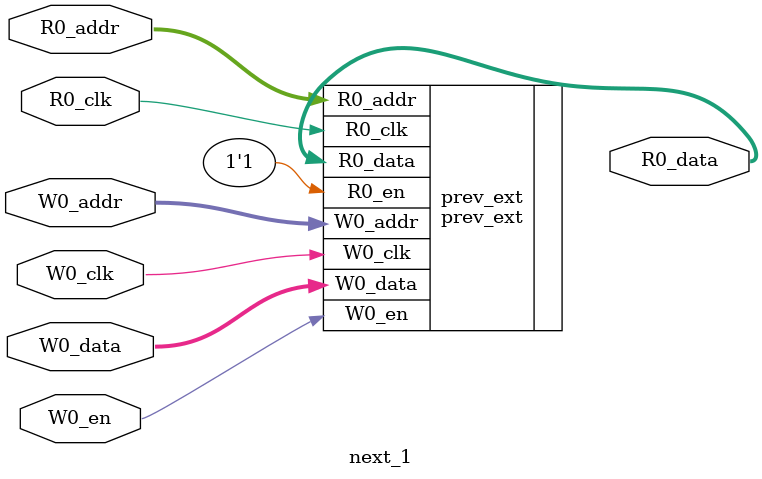
<source format=sv>
`ifndef RANDOMIZE
  `ifdef RANDOMIZE_MEM_INIT
    `define RANDOMIZE
  `endif // RANDOMIZE_MEM_INIT
`endif // not def RANDOMIZE
`ifndef RANDOMIZE
  `ifdef RANDOMIZE_REG_INIT
    `define RANDOMIZE
  `endif // RANDOMIZE_REG_INIT
`endif // not def RANDOMIZE

`ifndef RANDOM
  `define RANDOM $random
`endif // not def RANDOM

// Users can define INIT_RANDOM as general code that gets injected into the
// initializer block for modules with registers.
`ifndef INIT_RANDOM
  `define INIT_RANDOM
`endif // not def INIT_RANDOM

// If using random initialization, you can also define RANDOMIZE_DELAY to
// customize the delay used, otherwise 0.002 is used.
`ifndef RANDOMIZE_DELAY
  `define RANDOMIZE_DELAY 0.002
`endif // not def RANDOMIZE_DELAY

// Define INIT_RANDOM_PROLOG_ for use in our modules below.
`ifndef INIT_RANDOM_PROLOG_
  `ifdef RANDOMIZE
    `ifdef VERILATOR
      `define INIT_RANDOM_PROLOG_ `INIT_RANDOM
    `else  // VERILATOR
      `define INIT_RANDOM_PROLOG_ `INIT_RANDOM #`RANDOMIZE_DELAY begin end
    `endif // VERILATOR
  `else  // RANDOMIZE
    `define INIT_RANDOM_PROLOG_
  `endif // RANDOMIZE
`endif // not def INIT_RANDOM_PROLOG_

// Include register initializers in init blocks unless synthesis is set
`ifndef SYNTHESIS
  `ifndef ENABLE_INITIAL_REG_
    `define ENABLE_INITIAL_REG_
  `endif // not def ENABLE_INITIAL_REG_
`endif // not def SYNTHESIS

// Include rmemory initializers in init blocks unless synthesis is set
`ifndef SYNTHESIS
  `ifndef ENABLE_INITIAL_MEM_
    `define ENABLE_INITIAL_MEM_
  `endif // not def ENABLE_INITIAL_MEM_
`endif // not def SYNTHESIS

// Standard header to adapt well known macros for prints and assertions.

// Users can define 'PRINTF_COND' to add an extra gate to prints.
`ifndef PRINTF_COND_
  `ifdef PRINTF_COND
    `define PRINTF_COND_ (`PRINTF_COND)
  `else  // PRINTF_COND
    `define PRINTF_COND_ 1
  `endif // PRINTF_COND
`endif // not def PRINTF_COND_

// Users can define 'ASSERT_VERBOSE_COND' to add an extra gate to assert error printing.
`ifndef ASSERT_VERBOSE_COND_
  `ifdef ASSERT_VERBOSE_COND
    `define ASSERT_VERBOSE_COND_ (`ASSERT_VERBOSE_COND)
  `else  // ASSERT_VERBOSE_COND
    `define ASSERT_VERBOSE_COND_ 1
  `endif // ASSERT_VERBOSE_COND
`endif // not def ASSERT_VERBOSE_COND_

// Users can define 'STOP_COND' to add an extra gate to stop conditions.
`ifndef STOP_COND_
  `ifdef STOP_COND
    `define STOP_COND_ (`STOP_COND)
  `else  // STOP_COND
    `define STOP_COND_ 1
  `endif // STOP_COND
`endif // not def STOP_COND_

module next_1(	// ventus/src/cta/resource_table.scala:584:25
  input  [2:0] R0_addr,
  input        R0_clk,
  output [2:0] R0_data,
  input  [2:0] W0_addr,
  input        W0_en,
               W0_clk,
  input  [2:0] W0_data
);

  prev_ext prev_ext (	// ventus/src/cta/resource_table.scala:584:25
    .R0_addr (R0_addr),
    .R0_en   (1'h1),	// ventus/src/cta/resource_table.scala:584:25
    .R0_clk  (R0_clk),
    .R0_data (R0_data),
    .W0_addr (W0_addr),
    .W0_en   (W0_en),
    .W0_clk  (W0_clk),
    .W0_data (W0_data)
  );
endmodule


</source>
